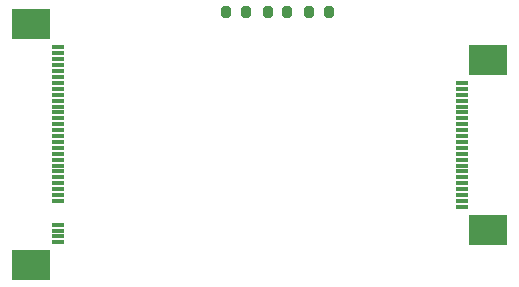
<source format=gtp>
G04 #@! TF.GenerationSoftware,KiCad,Pcbnew,9.0.4-9.0.4-0~ubuntu24.04.1*
G04 #@! TF.CreationDate,2025-08-31T09:26:06-07:00*
G04 #@! TF.ProjectId,2025-mipi-rpi-conv-dsi,32303235-2d6d-4697-9069-2d7270692d63,rev?*
G04 #@! TF.SameCoordinates,Original*
G04 #@! TF.FileFunction,Paste,Top*
G04 #@! TF.FilePolarity,Positive*
%FSLAX46Y46*%
G04 Gerber Fmt 4.6, Leading zero omitted, Abs format (unit mm)*
G04 Created by KiCad (PCBNEW 9.0.4-9.0.4-0~ubuntu24.04.1) date 2025-08-31 09:26:06*
%MOMM*%
%LPD*%
G01*
G04 APERTURE LIST*
G04 Aperture macros list*
%AMRoundRect*
0 Rectangle with rounded corners*
0 $1 Rounding radius*
0 $2 $3 $4 $5 $6 $7 $8 $9 X,Y pos of 4 corners*
0 Add a 4 corners polygon primitive as box body*
4,1,4,$2,$3,$4,$5,$6,$7,$8,$9,$2,$3,0*
0 Add four circle primitives for the rounded corners*
1,1,$1+$1,$2,$3*
1,1,$1+$1,$4,$5*
1,1,$1+$1,$6,$7*
1,1,$1+$1,$8,$9*
0 Add four rect primitives between the rounded corners*
20,1,$1+$1,$2,$3,$4,$5,0*
20,1,$1+$1,$4,$5,$6,$7,0*
20,1,$1+$1,$6,$7,$8,$9,0*
20,1,$1+$1,$8,$9,$2,$3,0*%
G04 Aperture macros list end*
%ADD10RoundRect,0.200000X-0.200000X-0.275000X0.200000X-0.275000X0.200000X0.275000X-0.200000X0.275000X0*%
%ADD11RoundRect,0.075000X-0.475000X0.075000X-0.475000X-0.075000X0.475000X-0.075000X0.475000X0.075000X0*%
%ADD12R,3.200000X2.500000*%
%ADD13RoundRect,0.075000X0.475000X-0.075000X0.475000X0.075000X-0.475000X0.075000X-0.475000X-0.075000X0*%
G04 APERTURE END LIST*
D10*
G04 #@! TO.C,R5*
X92175000Y-88750000D03*
X93825000Y-88750000D03*
G04 #@! TD*
G04 #@! TO.C,R4*
X95675000Y-88750000D03*
X97325000Y-88750000D03*
G04 #@! TD*
D11*
G04 #@! TO.C,J2*
X77900000Y-91750000D03*
X77900000Y-92250000D03*
X77900000Y-92750000D03*
X77900000Y-93250000D03*
X77900000Y-93750000D03*
X77900000Y-94250000D03*
X77900000Y-94750000D03*
X77900000Y-95250000D03*
X77900000Y-95750000D03*
X77900000Y-96250000D03*
X77900000Y-96750000D03*
X77900000Y-97250000D03*
X77900000Y-97750000D03*
X77900000Y-98250000D03*
X77900000Y-98750000D03*
X77900000Y-99250000D03*
X77900000Y-99750000D03*
X77900000Y-100250000D03*
X77900000Y-100750000D03*
X77900000Y-101250000D03*
X77900000Y-101750000D03*
X77900000Y-102250000D03*
X77900000Y-102750000D03*
X77900000Y-103250000D03*
X77900000Y-103750000D03*
X77900000Y-104250000D03*
X77900000Y-104750000D03*
X77900000Y-106750000D03*
X77900000Y-107250000D03*
X77900000Y-107750000D03*
X77900000Y-108250000D03*
D12*
X75650000Y-89800000D03*
X75650000Y-110200000D03*
G04 #@! TD*
D13*
G04 #@! TO.C,J1*
X112100000Y-105250000D03*
X112100000Y-104750000D03*
X112100000Y-104250000D03*
X112100000Y-103750000D03*
X112100000Y-103250000D03*
X112100000Y-102750000D03*
X112100000Y-102250000D03*
X112100000Y-101750000D03*
X112100000Y-101250000D03*
X112100000Y-100750000D03*
X112100000Y-100250000D03*
X112100000Y-99750000D03*
X112100000Y-99250000D03*
X112100000Y-98750000D03*
X112100000Y-98250000D03*
X112100000Y-97750000D03*
X112100000Y-97250000D03*
X112100000Y-96750000D03*
X112100000Y-96250000D03*
X112100000Y-95750000D03*
X112100000Y-95250000D03*
X112100000Y-94750000D03*
D12*
X114350000Y-107200000D03*
X114350000Y-92800000D03*
G04 #@! TD*
D10*
G04 #@! TO.C,R3*
X99175000Y-88750000D03*
X100825000Y-88750000D03*
G04 #@! TD*
M02*

</source>
